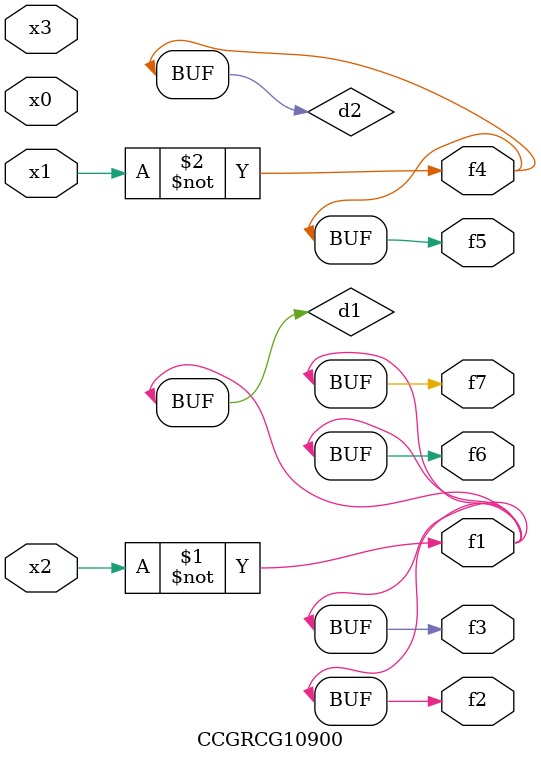
<source format=v>
module CCGRCG10900(
	input x0, x1, x2, x3,
	output f1, f2, f3, f4, f5, f6, f7
);

	wire d1, d2;

	xnor (d1, x2);
	not (d2, x1);
	assign f1 = d1;
	assign f2 = d1;
	assign f3 = d1;
	assign f4 = d2;
	assign f5 = d2;
	assign f6 = d1;
	assign f7 = d1;
endmodule

</source>
